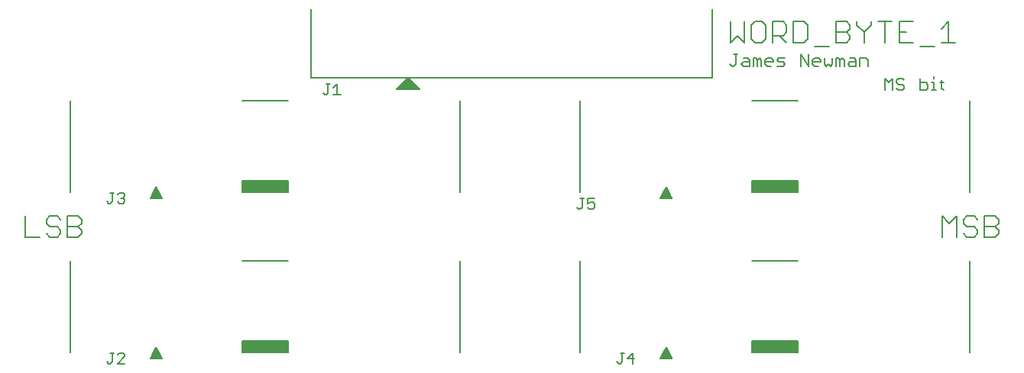
<source format=gto>
G04 Output by ViewMate Deluxe V11.0.9  PentaLogix LLC*
G04 Tue Nov 11 14:29:24 2014*
%FSLAX33Y33*%
%MOMM*%
%IPPOS*%
%ADD15C,0.13*%
%ADD108C,0.2032*%
%ADD110C,0.127*%

%LPD*%
X0Y0D2*D15*G1X36317Y32690D2*X36124Y32690D1*X96302Y36525D2*X96302Y35865D1*X103617Y34493D2*X103617Y34714D1*X104270Y34054D2*X104712Y34054D1*X104491Y34275D2*X104491Y33393D1*X104712Y33172*X103396Y33172D2*X103838Y33172D1*X103617Y33172D2*X103617Y34054D1*X103396Y34054*X102088Y34054D2*X102748Y34054D1*X102969Y33833*X102969Y33393*X102748Y33172*X102088Y33172*X102088Y34493*X100350Y34275D2*X100129Y34493D1*X99687Y34493*X99469Y34275*X99469Y33393D2*X99687Y33172D1*X100129Y33172*X100350Y33393*X100350Y33612*X100129Y33833*X99687Y33833*X99469Y34054*X99469Y34275*X98158Y34493D2*X98598Y34054D1*X99040Y34493*X99040Y33172*X98158Y34493D2*X98158Y33172D1*X90180Y36086D2*X90401Y35865D1*X90843Y35865*X95420Y35865D2*X95420Y36746D1*X96302Y36525D2*X96081Y36746D1*X95420Y36746*X94331Y36746D2*X94772Y36746D1*X94991Y36525*X94110Y36086D2*X94331Y35865D1*X94991Y35865*X94991Y36525*X94991Y36304D2*X94331Y36304D1*X94110Y36086*X92801Y36746D2*X92801Y35865D1*X93241Y35865D2*X93241Y36525D1*X93683Y35865D2*X93683Y36525D1*X93462Y36746*X93241Y36525*X93020Y36746*X92801Y36746*X92372Y36746D2*X92372Y36086D1*X92151Y35865*X91933Y36086*X91712Y35865*X91491Y36086*X91491Y36746*X90401Y36746D2*X90180Y36525D1*X90180Y36086*X90180Y36304D2*X91062Y36304D1*X91062Y36525*X90843Y36746*X90401Y36746*X89753Y37186D2*X89753Y35865D1*X88872Y37186*X88872Y35865*X86914Y36304D2*X87135Y36086D1*X86914Y35865*X86253Y35865*X86253Y36525D2*X86472Y36304D1*X86914Y36304*X87135Y36746D2*X86472Y36746D1*X86253Y36525*X85824Y36304D2*X85824Y36525D1*X85603Y36746*X85164Y36746*X84943Y36525*X85824Y36304D2*X84943Y36304D1*X85603Y35865D2*X85164Y35865D1*X84943Y36086*X84943Y36525*X84074Y35865D2*X84074Y36525D1*X84513Y35865D2*X84513Y36525D1*X84295Y36746*X84074Y36525*X83853Y36746*X83632Y36746*X83632Y35865*X83205Y36304D2*X82542Y36304D1*X82324Y36086*X82542Y35865*X83205Y35865*X83205Y36525*X82984Y36746*X82542Y36746*X81453Y37186D2*X81895Y37186D1*X81674Y37186D2*X81674Y36086D1*X81453Y35865*X81234Y35865*X81013Y36086*X13950Y2845D2*X13170Y2845D1*X13754Y4013D2*X13950Y3820D1*X13950Y3625*X13170Y2845*X11999Y3040D2*X12195Y2845D1*X12390Y2845*X12583Y3040*X12583Y4013*X12779Y4013D2*X12390Y4013D1*X13170Y3820D2*X13363Y4013D1*X13754Y4013*X13950Y21600D2*X13950Y21405D1*X13754Y21209*X13559Y21209D2*X13754Y21209D1*X13950Y21013*X13950Y20820*X13754Y20625*X13363Y20625*X13170Y20820*X11999Y20820D2*X12195Y20625D1*X12390Y20625*X12583Y20820*X12583Y21793*X12779Y21793D2*X12390Y21793D1*X13170Y21600D2*X13363Y21793D1*X13754Y21793*X13950Y21600*X36124Y32690D2*X35928Y32885D1*X36317Y32690D2*X36512Y32885D1*X36512Y33858*X36708Y33858D2*X36317Y33858D1*X37097Y33470D2*X37488Y33858D1*X37488Y32690*X37876Y32690D2*X37097Y32690D1*X64069Y20185D2*X64265Y19990D1*X64460Y19990*X64653Y20185*X66020Y21158D2*X65240Y21158D1*X65240Y20574*X64460Y21158D2*X64849Y21158D1*X64653Y20185D2*X64653Y21158D1*X65824Y19990D2*X66020Y20185D1*X66020Y20574*X65824Y20770*X65629Y20770*X65240Y20574*X65240Y20185D2*X65433Y19990D1*X65824Y19990*X68514Y3040D2*X68710Y2845D1*X68905Y2845*X69098Y3040*X70269Y4013D2*X69685Y3429D1*X70465Y3429*X68905Y4013D2*X69294Y4013D1*X69098Y3040D2*X69098Y4013D1*X70269Y4013D2*X70269Y2845D1*D108*X104559Y19205D2*X104559Y16866D1*X109238Y19205D2*X109238Y16866D1*X110406Y16866*X110795Y17254*X110795Y17645*X110406Y18034*X109238Y18034D2*X110406Y18034D1*X110795Y18425*X110795Y18814*X110406Y19205*X109238Y19205*X108458Y18814D2*X108067Y19205D1*X107287Y19205*X106898Y18814*X106898Y18425*X107287Y18034*X108067Y18034*X108458Y17645*X108458Y17254*X108067Y16866*X107287Y16866*X106898Y17254*X106119Y16866D2*X106119Y19205D1*X105339Y18425*X104559Y19205*X95098Y40795D2*X95098Y40404D1*X95877Y39624*X99774Y39624D2*X100554Y39624D1*X99774Y38456D2*X99774Y40795D1*X101333Y40795*X104452Y40015D2*X105232Y40795D1*X105232Y38456*X104452Y38456D2*X106012Y38456D1*X102113Y38067D2*X103673Y38067D1*X99774Y38456D2*X101333Y38456D1*X98214Y40795D2*X98214Y38456D1*X97437Y40795D2*X98994Y40795D1*X96657Y40795D2*X96657Y40404D1*X95877Y39624*X95877Y38456*X92758Y38456D2*X92758Y40795D1*X93927Y40795*X94318Y40404*X94318Y40015*X93927Y39624*X92758Y39624D2*X93927Y39624D1*X94318Y39235*X94318Y38844*X93927Y38456*X92758Y38456*X90419Y38067D2*X91978Y38067D1*X81064Y40795D2*X81064Y38456D1*X85743Y38456D2*X85743Y40795D1*X88080Y38456D2*X88080Y40795D1*X89251Y40795*X89639Y40404*X89639Y38844*X89251Y38456*X88080Y38456*X86523Y39235D2*X87300Y38456D1*X85743Y39235D2*X86911Y39235D1*X87300Y39624*X87300Y40404*X86911Y40795*X85743Y40795*X83403Y40404D2*X83792Y40795D1*X84572Y40795*X84963Y40404*X84963Y38844*X84572Y38456*X83792Y38456*X83403Y38844*X83403Y40404*X82624Y40795D2*X82624Y38456D1*X81844Y39235*X81064Y38456*X2959Y19205D2*X2959Y16866D1*X7638Y19205D2*X7638Y16866D1*X8806Y16866*X9195Y17254*X9195Y17645*X8806Y18034*X7638Y18034D2*X8806Y18034D1*X9195Y18425*X9195Y18814*X8806Y19205*X7638Y19205*X6858Y18814D2*X6467Y19205D1*X5687Y19205*X5298Y18814*X5298Y18425*X5687Y18034*X6467Y18034*X6858Y17645*X6858Y17254*X6467Y16866*X5687Y16866*X5298Y17254*X2959Y16866D2*X4519Y16866D1*D110*X83502Y14224D2*X88582Y14224D1*X88582Y23045D2*X83502Y23045D1*X83502Y22921D2*X88582Y22921D1*X88582Y22799D2*X83502Y22799D1*X83502Y22675D2*X88582Y22675D1*X88582Y22553D2*X83502Y22553D1*X88582Y21844D2*X88582Y23114D1*X83502Y23114*X83502Y21844*X88582Y21844*X83502Y21935D2*X88582Y21935D1*X88582Y22060D2*X83502Y22060D1*X83502Y22182D2*X88582Y22182D1*X88582Y22306D2*X83502Y22306D1*X83502Y22428D2*X88582Y22428D1*X74003Y22428D2*X73952Y22428D1*X73891Y22306D2*X74064Y22306D1*X74125Y22182D2*X73830Y22182D1*X73767Y22060D2*X74188Y22060D1*X74249Y21935D2*X73706Y21935D1*X73645Y21814D2*X74310Y21814D1*X74371Y21689D2*X73584Y21689D1*X73520Y21567D2*X74435Y21567D1*X74496Y21443D2*X73459Y21443D1*X73398Y21321D2*X74557Y21321D1*X73342Y21209D2*X73978Y22479D1*X74612Y21209*X73342Y21209*X64452Y21844D2*X64452Y24384D1*X64452Y29464*X64452Y32004*X45359Y34501D2*X45446Y34501D1*X45568Y34379D2*X45237Y34379D1*X45113Y34254D2*X45692Y34254D1*X45814Y34133D2*X44991Y34133D1*X44867Y34008D2*X45938Y34008D1*X46060Y33886D2*X44745Y33886D1*X44620Y33762D2*X46185Y33762D1*X46307Y33640D2*X44498Y33640D1*X44374Y33515D2*X46431Y33515D1*X46553Y33393D2*X44252Y33393D1*X46672Y33274D2*X44132Y33274D1*X45402Y34544*X46672Y33274*X51118Y32004D2*X51118Y29464D1*X51118Y24384*X51118Y21844*X26988Y14224D2*X32068Y14224D1*X17468Y4689D2*X17457Y4689D1*X17396Y4567D2*X17529Y4567D1*X17590Y4442D2*X17336Y4442D1*X17272Y4321D2*X17653Y4321D1*X17714Y4196D2*X17211Y4196D1*X17150Y4074D2*X17775Y4074D1*X17836Y3950D2*X17089Y3950D1*X17026Y3828D2*X17899Y3828D1*X17960Y3703D2*X16965Y3703D1*X16904Y3581D2*X18021Y3581D1*X18082Y3457D2*X16843Y3457D1*X18098Y3429D2*X16828Y3429D1*X17462Y4699*X18098Y3429*X32068Y5306D2*X26988Y5306D1*X26988Y5182D2*X32068Y5182D1*X32068Y5060D2*X26988Y5060D1*X26988Y4935D2*X32068Y4935D1*X32068Y4813D2*X26988Y4813D1*X26988Y4689D2*X32068Y4689D1*X32068Y4567D2*X26988Y4567D1*X26988Y4442D2*X32068Y4442D1*X32068Y4321D2*X26988Y4321D1*X26988Y4196D2*X32068Y4196D1*X26988Y4064D2*X26988Y5334D1*X32068Y5334*X32068Y4064*X26988Y4064*X32068Y4074D2*X26988Y4074D1*X51118Y4064D2*X51118Y6604D1*X51118Y11684*X51118Y14224*X64452Y14224D2*X64452Y11684D1*X64452Y6604*X64452Y4064*X73983Y4689D2*X73972Y4689D1*X73911Y4567D2*X74044Y4567D1*X74104Y4442D2*X73850Y4442D1*X73787Y4321D2*X74168Y4321D1*X74229Y4196D2*X73726Y4196D1*X73665Y4074D2*X74290Y4074D1*X74351Y3950D2*X73604Y3950D1*X73541Y3828D2*X74414Y3828D1*X74475Y3703D2*X73480Y3703D1*X73419Y3581D2*X74536Y3581D1*X74597Y3457D2*X73358Y3457D1*X74612Y3429D2*X73342Y3429D1*X73978Y4699*X74612Y3429*X88582Y5306D2*X83502Y5306D1*X83502Y5182D2*X88582Y5182D1*X88582Y5060D2*X83502Y5060D1*X83502Y4935D2*X88582Y4935D1*X88582Y4813D2*X83502Y4813D1*X83502Y4689D2*X88582Y4689D1*X88582Y4567D2*X83502Y4567D1*X83502Y4442D2*X88582Y4442D1*X88582Y4321D2*X83502Y4321D1*X83502Y4196D2*X88582Y4196D1*X83502Y4064D2*X83502Y5334D1*X88582Y5334*X88582Y4064*X83502Y4064*X88582Y4074D2*X83502Y4074D1*X107632Y4064D2*X107632Y6604D1*X107632Y11684*X107632Y14224*X107632Y21844D2*X107632Y24384D1*X107632Y29464*X107632Y32004*X83502Y32004D2*X88582Y32004D1*X79058Y42164D2*X79058Y34544D1*X34608Y34544*X34608Y42164*X26988Y32004D2*X32068Y32004D1*X7938Y32004D2*X7938Y29464D1*X7938Y24384*X7938Y21844*X32068Y23045D2*X26988Y23045D1*X26988Y22921D2*X32068Y22921D1*X32068Y22799D2*X26988Y22799D1*X26988Y22675D2*X32068Y22675D1*X32068Y22553D2*X26988Y22553D1*X32068Y21844D2*X32068Y23114D1*X26988Y23114*X26988Y21844*X32068Y21844*X26988Y21935D2*X32068Y21935D1*X32068Y22060D2*X26988Y22060D1*X26988Y22182D2*X32068Y22182D1*X32068Y22306D2*X26988Y22306D1*X26988Y22428D2*X32068Y22428D1*X17488Y22428D2*X17437Y22428D1*X17376Y22306D2*X17549Y22306D1*X17610Y22182D2*X17315Y22182D1*X17252Y22060D2*X17673Y22060D1*X17734Y21935D2*X17191Y21935D1*X17130Y21814D2*X17795Y21814D1*X17856Y21689D2*X17069Y21689D1*X17005Y21567D2*X17920Y21567D1*X17981Y21443D2*X16944Y21443D1*X16883Y21321D2*X18042Y21321D1*X16828Y21209D2*X17462Y22479D1*X18098Y21209*X16828Y21209*X7938Y14224D2*X7938Y11684D1*X7938Y6604*X7938Y4064*X0Y0D2*M02*
</source>
